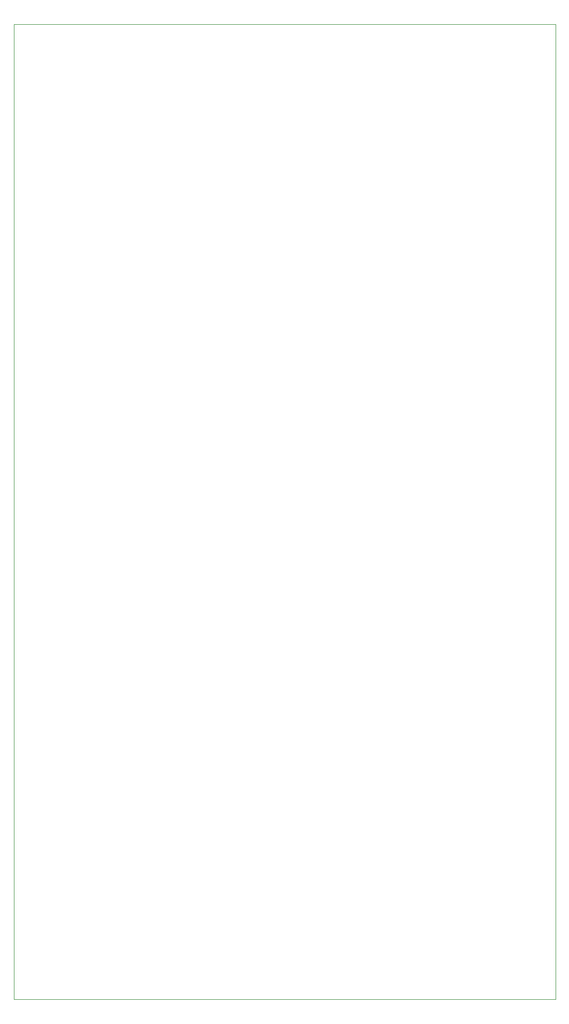
<source format=gm1>
%TF.GenerationSoftware,KiCad,Pcbnew,8.0.6*%
%TF.CreationDate,2024-11-25T21:26:05+01:00*%
%TF.ProjectId,PCB,5043422e-6b69-4636-9164-5f7063625858,rev?*%
%TF.SameCoordinates,Original*%
%TF.FileFunction,Profile,NP*%
%FSLAX46Y46*%
G04 Gerber Fmt 4.6, Leading zero omitted, Abs format (unit mm)*
G04 Created by KiCad (PCBNEW 8.0.6) date 2024-11-25 21:26:05*
%MOMM*%
%LPD*%
G01*
G04 APERTURE LIST*
%TA.AperFunction,Profile*%
%ADD10C,0.050000*%
%TD*%
G04 APERTURE END LIST*
D10*
X59500000Y-61400000D02*
X148500000Y-61400000D01*
X148500000Y-221500000D01*
X59500000Y-221500000D01*
X59500000Y-61400000D01*
M02*

</source>
